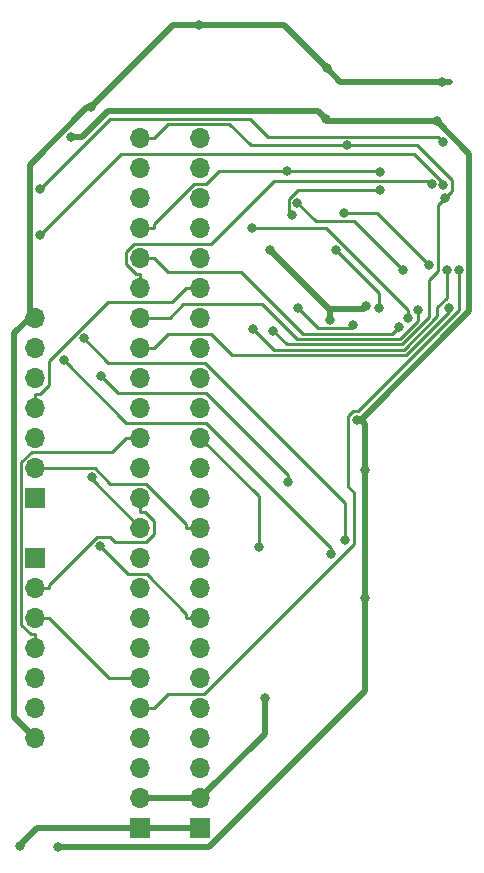
<source format=gbr>
%TF.GenerationSoftware,KiCad,Pcbnew,(5.1.10)-1*%
%TF.CreationDate,2021-05-27T19:28:44+02:00*%
%TF.ProjectId,Nes Sound Expansion,4e657320-536f-4756-9e64-20457870616e,rev?*%
%TF.SameCoordinates,Original*%
%TF.FileFunction,Copper,L2,Bot*%
%TF.FilePolarity,Positive*%
%FSLAX46Y46*%
G04 Gerber Fmt 4.6, Leading zero omitted, Abs format (unit mm)*
G04 Created by KiCad (PCBNEW (5.1.10)-1) date 2021-05-27 19:28:44*
%MOMM*%
%LPD*%
G01*
G04 APERTURE LIST*
%TA.AperFunction,ComponentPad*%
%ADD10O,1.700000X1.700000*%
%TD*%
%TA.AperFunction,ComponentPad*%
%ADD11R,1.700000X1.700000*%
%TD*%
%TA.AperFunction,ViaPad*%
%ADD12C,0.800000*%
%TD*%
%TA.AperFunction,Conductor*%
%ADD13C,0.500000*%
%TD*%
%TA.AperFunction,Conductor*%
%ADD14C,0.250000*%
%TD*%
G04 APERTURE END LIST*
D10*
%TO.P,J3,24*%
%TO.N,N/C*%
X113030000Y-50800000D03*
%TO.P,J3,23*%
X113030000Y-53340000D03*
%TO.P,J3,22*%
%TO.N,Aud*%
X113030000Y-55880000D03*
%TO.P,J3,21*%
%TO.N,N/C*%
X113030000Y-58420000D03*
%TO.P,J3,20*%
X113030000Y-60960000D03*
%TO.P,J3,19*%
%TO.N,Joy2_D0*%
X113030000Y-63500000D03*
%TO.P,J3,18*%
%TO.N,N/C*%
X113030000Y-66040000D03*
%TO.P,J3,17*%
X113030000Y-68580000D03*
%TO.P,J3,16*%
X113030000Y-71120000D03*
%TO.P,J3,15*%
X113030000Y-73660000D03*
%TO.P,J3,14*%
%TO.N,IRQ*%
X113030000Y-76200000D03*
%TO.P,J3,13*%
%TO.N,N/C*%
X113030000Y-78740000D03*
%TO.P,J3,12*%
X113030000Y-81280000D03*
%TO.P,J3,11*%
%TO.N,Joy2_OE*%
X113030000Y-83820000D03*
%TO.P,J3,10*%
%TO.N,N/C*%
X113030000Y-86360000D03*
%TO.P,J3,9*%
%TO.N,Net-(J3-Pad9)*%
X113030000Y-88900000D03*
%TO.P,J3,8*%
%TO.N,A13*%
X113030000Y-91440000D03*
%TO.P,J3,7*%
%TO.N,A14*%
X113030000Y-93980000D03*
%TO.P,J3,6*%
%TO.N,Net-(J3-Pad6)*%
X113030000Y-96520000D03*
%TO.P,J3,5*%
%TO.N,N/C*%
X113030000Y-99060000D03*
%TO.P,J3,4*%
X113030000Y-101600000D03*
%TO.P,J3,3*%
%TO.N,AudIn*%
X113030000Y-104140000D03*
%TO.P,J3,2*%
%TO.N,GND*%
X113030000Y-106680000D03*
D11*
%TO.P,J3,1*%
%TO.N,Net-(J1-Pad1)*%
X113030000Y-109220000D03*
%TD*%
D10*
%TO.P,J2,7*%
%TO.N,GND*%
X99060000Y-66040000D03*
%TO.P,J2,6*%
%TO.N,N/C*%
X99060000Y-68580000D03*
%TO.P,J2,5*%
X99060000Y-71120000D03*
%TO.P,J2,4*%
%TO.N,Joy2_D0*%
X99060000Y-73660000D03*
%TO.P,J2,3*%
%TO.N,OUT0*%
X99060000Y-76200000D03*
%TO.P,J2,2*%
%TO.N,Joy2_OE*%
X99060000Y-78740000D03*
D11*
%TO.P,J2,1*%
%TO.N,Net-(J1-Pad1)*%
X99060000Y-81280000D03*
%TD*%
D10*
%TO.P,J1,7*%
%TO.N,GND*%
X99060000Y-101600000D03*
%TO.P,J1,6*%
%TO.N,N/C*%
X99060000Y-99060000D03*
%TO.P,J1,5*%
X99060000Y-96520000D03*
%TO.P,J1,4*%
%TO.N,Joy1_D0*%
X99060000Y-93980000D03*
%TO.P,J1,3*%
%TO.N,OUT0*%
X99060000Y-91440000D03*
%TO.P,J1,2*%
%TO.N,Joy1_OE*%
X99060000Y-88900000D03*
D11*
%TO.P,J1,1*%
%TO.N,Net-(J1-Pad1)*%
X99060000Y-86360000D03*
%TD*%
D10*
%TO.P,J4,24*%
%TO.N,D7*%
X107950000Y-50800000D03*
%TO.P,J4,23*%
%TO.N,D6*%
X107950000Y-53340000D03*
%TO.P,J4,22*%
%TO.N,D5*%
X107950000Y-55880000D03*
%TO.P,J4,21*%
%TO.N,D4*%
X107950000Y-58420000D03*
%TO.P,J4,20*%
%TO.N,D3*%
X107950000Y-60960000D03*
%TO.P,J4,19*%
%TO.N,D2*%
X107950000Y-63500000D03*
%TO.P,J4,18*%
%TO.N,D1*%
X107950000Y-66040000D03*
%TO.P,J4,17*%
%TO.N,D0*%
X107950000Y-68580000D03*
%TO.P,J4,16*%
%TO.N,N/C*%
X107950000Y-71120000D03*
%TO.P,J4,15*%
X107950000Y-73660000D03*
%TO.P,J4,14*%
%TO.N,Joy1_D0*%
X107950000Y-76200000D03*
%TO.P,J4,13*%
%TO.N,N/C*%
X107950000Y-78740000D03*
%TO.P,J4,12*%
%TO.N,Joy1_OE*%
X107950000Y-81280000D03*
%TO.P,J4,11*%
%TO.N,A1*%
X107950000Y-83820000D03*
%TO.P,J4,10*%
%TO.N,ROMSEL*%
X107950000Y-86360000D03*
%TO.P,J4,9*%
%TO.N,Net-(J4-Pad9)*%
X107950000Y-88900000D03*
%TO.P,J4,8*%
%TO.N,R-W*%
X107950000Y-91440000D03*
%TO.P,J4,7*%
%TO.N,N/C*%
X107950000Y-93980000D03*
%TO.P,J4,6*%
%TO.N,OUT0*%
X107950000Y-96520000D03*
%TO.P,J4,5*%
%TO.N,OUT1*%
X107950000Y-99060000D03*
%TO.P,J4,4*%
%TO.N,N/C*%
X107950000Y-101600000D03*
%TO.P,J4,3*%
X107950000Y-104140000D03*
%TO.P,J4,2*%
%TO.N,GND*%
X107950000Y-106680000D03*
D11*
%TO.P,J4,1*%
%TO.N,Net-(J1-Pad1)*%
X107950000Y-109220000D03*
%TD*%
D12*
%TO.N,+5V*%
X126995700Y-78917300D03*
X126287500Y-74666600D03*
X102121700Y-50757700D03*
X123657100Y-49175300D03*
X133053700Y-49382300D03*
X127000000Y-89765300D03*
X100965000Y-110871000D03*
%TO.N,GND*%
X123986700Y-66186200D03*
X127078600Y-65055300D03*
X118974100Y-60268100D03*
X103822500Y-48197200D03*
X118477015Y-98236885D03*
X133477000Y-46027500D03*
X123767250Y-44888750D03*
X112965000Y-41275000D03*
%TO.N,Net-(J1-Pad1)*%
X97790000Y-110744000D03*
%TO.N,D7*%
X125445100Y-51427400D03*
X133760300Y-55877400D03*
X119233624Y-67112176D03*
%TO.N,D5*%
X128249400Y-55186000D03*
X120844200Y-57316000D03*
%TO.N,D4*%
X128262400Y-53711600D03*
X120395300Y-53570500D03*
%TO.N,D3*%
X129884200Y-66774400D03*
%TO.N,D2*%
X132626300Y-54670300D03*
%TO.N,D1*%
X131445000Y-65395400D03*
%TO.N,D0*%
X134103100Y-65156600D03*
%TO.N,OUT1*%
X134958700Y-61961100D03*
%TO.N,A0_buf*%
X99454900Y-59055000D03*
X133626700Y-54762400D03*
%TO.N,A1_buf*%
X99437300Y-55137300D03*
X133583700Y-51129900D03*
%TO.N,D3_buf*%
X128129300Y-65189900D03*
X124538000Y-60306100D03*
%TO.N,D2_buf*%
X130628800Y-66026700D03*
X117387200Y-58410500D03*
%TO.N,D1_buf*%
X130175000Y-61976300D03*
X121261200Y-56311300D03*
%TO.N,D0_buf*%
X132426400Y-61595300D03*
X125200900Y-57141000D03*
%TO.N,D7_buf*%
X117475000Y-66934600D03*
X133889100Y-61972200D03*
%TO.N,D4_Chip*%
X125986600Y-66629800D03*
X121285000Y-65159900D03*
%TO.N,A13*%
X104560500Y-85325700D03*
%TO.N,A1*%
X103835200Y-79508200D03*
%TO.N,CS_Chip*%
X104590000Y-70938900D03*
X120474834Y-79912236D03*
%TO.N,A0_Chip*%
X124104000Y-86051200D03*
X101456400Y-69624100D03*
%TO.N,A1_Chip*%
X125309700Y-84836400D03*
X103171900Y-67763300D03*
%TO.N,IRQ*%
X117983000Y-85471000D03*
%TD*%
D13*
%TO.N,+5V*%
X126635100Y-74666600D02*
X126995700Y-75027200D01*
X126995700Y-75027200D02*
X126995700Y-78917300D01*
X127000000Y-89765300D02*
X127000000Y-78921600D01*
X127000000Y-78921600D02*
X126995700Y-78917300D01*
X126635100Y-74666600D02*
X135816100Y-65485600D01*
X135816100Y-65485600D02*
X135816100Y-52144700D01*
X135816100Y-52144700D02*
X133053700Y-49382300D01*
X126287500Y-74666600D02*
X126635100Y-74666600D01*
X133053700Y-49382300D02*
X123864100Y-49382300D01*
X123864100Y-49382300D02*
X123657100Y-49175300D01*
X123657100Y-49175300D02*
X123036300Y-48554500D01*
X123036300Y-48554500D02*
X105206400Y-48554500D01*
X105206400Y-48554500D02*
X103003200Y-50757700D01*
X103003200Y-50757700D02*
X102121700Y-50757700D01*
X100995100Y-110840900D02*
X100965000Y-110871000D01*
X113769900Y-110840900D02*
X100995100Y-110840900D01*
X127000000Y-97610800D02*
X113769900Y-110840900D01*
X127000000Y-89765300D02*
X127000000Y-97610800D01*
%TO.N,GND*%
X123986700Y-65263900D02*
X126870000Y-65263900D01*
X126870000Y-65263900D02*
X127078600Y-65055300D01*
X118974100Y-60268100D02*
X123969900Y-65263900D01*
X123969900Y-65263900D02*
X123986700Y-65263900D01*
X123986700Y-65263900D02*
X123986700Y-66186200D01*
X103822500Y-48197200D02*
X103479700Y-48197200D01*
X103479700Y-48197200D02*
X98578300Y-53098600D01*
X98578300Y-53098600D02*
X98578300Y-66040000D01*
X98578300Y-66040000D02*
X99060000Y-66040000D01*
X99060000Y-101600000D02*
X97305700Y-99845700D01*
X97305700Y-99845700D02*
X97305700Y-67312600D01*
X97305700Y-67312600D02*
X98578300Y-66040000D01*
X113030000Y-106680000D02*
X109250300Y-106680000D01*
X107950000Y-106680000D02*
X109250300Y-106680000D01*
X118477015Y-101232985D02*
X118477015Y-98236885D01*
X113030000Y-106680000D02*
X118477015Y-101232985D01*
X124906000Y-46027500D02*
X123767250Y-44888750D01*
X134165500Y-46027500D02*
X124906000Y-46027500D01*
X120153500Y-41275000D02*
X123767250Y-44888750D01*
X112965000Y-41275000D02*
X120153500Y-41275000D01*
X110744700Y-41275000D02*
X103822500Y-48197200D01*
X112965000Y-41275000D02*
X110744700Y-41275000D01*
%TO.N,Net-(J1-Pad1)*%
X107950000Y-109220000D02*
X99220200Y-109220000D01*
X99220200Y-109220000D02*
X97759600Y-110680600D01*
X113030000Y-109220000D02*
X107950000Y-109220000D01*
D14*
%TO.N,D7*%
X125445100Y-51427400D02*
X131405600Y-51427400D01*
X131405600Y-51427400D02*
X134362900Y-54384700D01*
X134362900Y-54384700D02*
X134362900Y-55274800D01*
X134362900Y-55274800D02*
X133760300Y-55877400D01*
X109125300Y-50800000D02*
X110322100Y-49603200D01*
X110322100Y-49603200D02*
X115491900Y-49603200D01*
X115491900Y-49603200D02*
X117316100Y-51427400D01*
X117316100Y-51427400D02*
X125445100Y-51427400D01*
X107950000Y-50800000D02*
X109125300Y-50800000D01*
X132435400Y-62820400D02*
X132435400Y-65921600D01*
X132435400Y-65921600D02*
X130094600Y-68262400D01*
X133760300Y-55877400D02*
X133163700Y-56474000D01*
X133163700Y-56474000D02*
X133163700Y-62092100D01*
X133163700Y-62092100D02*
X132435400Y-62820400D01*
X130094600Y-68262400D02*
X120383848Y-68262400D01*
X120383848Y-68262400D02*
X119233624Y-67112176D01*
%TO.N,D5*%
X120844200Y-57316000D02*
X120521400Y-56993200D01*
X120521400Y-56993200D02*
X120521400Y-55946300D01*
X120521400Y-55946300D02*
X121281700Y-55186000D01*
X121281700Y-55186000D02*
X128249400Y-55186000D01*
%TO.N,D4*%
X120395300Y-53570500D02*
X128121300Y-53570500D01*
X128121300Y-53570500D02*
X128262400Y-53711600D01*
X109125300Y-58420000D02*
X109125300Y-58052700D01*
X109125300Y-58052700D02*
X112473400Y-54704600D01*
X112473400Y-54704600D02*
X113482700Y-54704600D01*
X113482700Y-54704600D02*
X114616800Y-53570500D01*
X114616800Y-53570500D02*
X120395300Y-53570500D01*
X107950000Y-58420000D02*
X109125300Y-58420000D01*
%TO.N,D3*%
X109125300Y-60960000D02*
X110300600Y-62135300D01*
X110300600Y-62135300D02*
X116512600Y-62135300D01*
X116512600Y-62135300D02*
X121739100Y-67361800D01*
X121739100Y-67361800D02*
X129296800Y-67361800D01*
X129296800Y-67361800D02*
X129884200Y-66774400D01*
X107950000Y-60960000D02*
X109125300Y-60960000D01*
%TO.N,D2*%
X107950000Y-62324700D02*
X107582700Y-62324700D01*
X107582700Y-62324700D02*
X106759300Y-61501300D01*
X106759300Y-61501300D02*
X106759300Y-60480300D01*
X106759300Y-60480300D02*
X107455000Y-59784600D01*
X107455000Y-59784600D02*
X113965000Y-59784600D01*
X113965000Y-59784600D02*
X119312700Y-54436900D01*
X119312700Y-54436900D02*
X132392900Y-54436900D01*
X132392900Y-54436900D02*
X132626300Y-54670300D01*
X107950000Y-63500000D02*
X107950000Y-62324700D01*
%TO.N,D1*%
X107950000Y-66040000D02*
X110434300Y-66040000D01*
X110434300Y-66040000D02*
X111610200Y-64864100D01*
X111610200Y-64864100D02*
X118283200Y-64864100D01*
X118283200Y-64864100D02*
X121231200Y-67812100D01*
X121231200Y-67812100D02*
X129908000Y-67812100D01*
X129908000Y-67812100D02*
X131445000Y-66275100D01*
X131445000Y-66275100D02*
X131445000Y-65395400D01*
%TO.N,D0*%
X109125300Y-68580000D02*
X110307800Y-67397500D01*
X110307800Y-67397500D02*
X113942900Y-67397500D01*
X113942900Y-67397500D02*
X115708400Y-69163000D01*
X115708400Y-69163000D02*
X130467800Y-69163000D01*
X130467800Y-69163000D02*
X134103100Y-65527700D01*
X134103100Y-65527700D02*
X134103100Y-65156600D01*
X107950000Y-68580000D02*
X109125300Y-68580000D01*
%TO.N,OUT1*%
X109125300Y-99060000D02*
X110300600Y-97884700D01*
X110300600Y-97884700D02*
X113382600Y-97884700D01*
X113382600Y-97884700D02*
X126092000Y-85175300D01*
X126092000Y-85175300D02*
X126092000Y-80817400D01*
X126092000Y-80817400D02*
X125562200Y-80287600D01*
X125562200Y-80287600D02*
X125562200Y-74366200D01*
X125562200Y-74366200D02*
X125987100Y-73941300D01*
X125987100Y-73941300D02*
X126367000Y-73941300D01*
X126367000Y-73941300D02*
X134958700Y-65349600D01*
X134958700Y-65349600D02*
X134958700Y-61961100D01*
X107950000Y-99060000D02*
X109125300Y-99060000D01*
%TO.N,A0_buf*%
X99454900Y-59055000D02*
X106357200Y-52152700D01*
X106357200Y-52152700D02*
X131147600Y-52152700D01*
X131147600Y-52152700D02*
X133626600Y-54631700D01*
X133626600Y-54631700D02*
X133626600Y-54762400D01*
X133626600Y-54762400D02*
X133626700Y-54762400D01*
%TO.N,A1_buf*%
X133583700Y-51129900D02*
X133155900Y-50702100D01*
X133155900Y-50702100D02*
X118777600Y-50702100D01*
X118777600Y-50702100D02*
X117228300Y-49152800D01*
X117228300Y-49152800D02*
X105421800Y-49152800D01*
X105421800Y-49152800D02*
X99437300Y-55137300D01*
%TO.N,D3_buf*%
X124538000Y-60306100D02*
X128129300Y-63897400D01*
X128129300Y-63897400D02*
X128129300Y-65189900D01*
%TO.N,D2_buf*%
X130628800Y-66026700D02*
X130628800Y-65371100D01*
X130628800Y-65371100D02*
X123668200Y-58410500D01*
X123668200Y-58410500D02*
X117387200Y-58410500D01*
%TO.N,D1_buf*%
X121261200Y-56311300D02*
X122816300Y-57866400D01*
X122816300Y-57866400D02*
X126065100Y-57866400D01*
X126065100Y-57866400D02*
X130175000Y-61976300D01*
%TO.N,D0_buf*%
X125200900Y-57141000D02*
X127972100Y-57141000D01*
X127972100Y-57141000D02*
X132426400Y-61595300D01*
%TO.N,D7_buf*%
X117475000Y-66934600D02*
X119253100Y-68712700D01*
X119253100Y-68712700D02*
X130281200Y-68712700D01*
X130281200Y-68712700D02*
X133107100Y-65886800D01*
X133107100Y-65886800D02*
X133107100Y-65126900D01*
X133107100Y-65126900D02*
X133889100Y-64344900D01*
X133889100Y-64344900D02*
X133889100Y-61972200D01*
%TO.N,D4_Chip*%
X121285000Y-65159900D02*
X123036600Y-66911500D01*
X123036600Y-66911500D02*
X125704900Y-66911500D01*
X125704900Y-66911500D02*
X125986600Y-66629800D01*
%TO.N,A13*%
X111854700Y-91440000D02*
X111854700Y-91072700D01*
X111854700Y-91072700D02*
X108506600Y-87724600D01*
X108506600Y-87724600D02*
X106959400Y-87724600D01*
X106959400Y-87724600D02*
X104560500Y-85325700D01*
X113030000Y-91440000D02*
X111854700Y-91440000D01*
%TO.N,A1*%
X107950000Y-83820000D02*
X103835200Y-79705200D01*
X103835200Y-79705200D02*
X103835200Y-79508200D01*
%TO.N,CS_Chip*%
X120474834Y-79346551D02*
X120474834Y-79912236D01*
X106041100Y-72390000D02*
X113518283Y-72390000D01*
X104590000Y-70938900D02*
X106041100Y-72390000D01*
X113518283Y-72390000D02*
X120474834Y-79346551D01*
%TO.N,A0_Chip*%
X101456400Y-69624100D02*
X106762300Y-74930000D01*
X106762300Y-74930000D02*
X113480000Y-74930000D01*
X113480000Y-74930000D02*
X124104000Y-85554000D01*
X124104000Y-85554000D02*
X124104000Y-86051200D01*
%TO.N,A1_Chip*%
X103171900Y-67763300D02*
X105258600Y-69850000D01*
X105258600Y-69850000D02*
X113429700Y-69850000D01*
X113429700Y-69850000D02*
X125309700Y-81730000D01*
X125309700Y-81730000D02*
X125309700Y-84836400D01*
%TO.N,Joy1_D0*%
X106774700Y-76200000D02*
X105599400Y-77375300D01*
X105599400Y-77375300D02*
X98758700Y-77375300D01*
X98758700Y-77375300D02*
X97884700Y-78249300D01*
X97884700Y-78249300D02*
X97884700Y-91996800D01*
X97884700Y-91996800D02*
X98692600Y-92804700D01*
X98692600Y-92804700D02*
X99060000Y-92804700D01*
X99060000Y-93980000D02*
X99060000Y-92804700D01*
X107950000Y-76200000D02*
X106774700Y-76200000D01*
%TO.N,OUT0*%
X99060000Y-91440000D02*
X100235300Y-91440000D01*
X100235300Y-91440000D02*
X105315300Y-96520000D01*
X105315300Y-96520000D02*
X106774700Y-96520000D01*
X107950000Y-96520000D02*
X106774700Y-96520000D01*
%TO.N,Joy1_OE*%
X99060000Y-88900000D02*
X100235300Y-88900000D01*
X107950000Y-81280000D02*
X107950000Y-82455300D01*
X107950000Y-82455300D02*
X108317300Y-82455300D01*
X108317300Y-82455300D02*
X109129200Y-83267200D01*
X109129200Y-83267200D02*
X109129200Y-84303400D01*
X109129200Y-84303400D02*
X108420600Y-85012000D01*
X108420600Y-85012000D02*
X105808900Y-85012000D01*
X105808900Y-85012000D02*
X105367900Y-84571000D01*
X105367900Y-84571000D02*
X104270500Y-84571000D01*
X104270500Y-84571000D02*
X100235300Y-88606200D01*
X100235300Y-88606200D02*
X100235300Y-88900000D01*
%TO.N,Joy2_D0*%
X111854700Y-63500000D02*
X110679400Y-64675300D01*
X110679400Y-64675300D02*
X105234200Y-64675300D01*
X105234200Y-64675300D02*
X100235300Y-69674200D01*
X100235300Y-69674200D02*
X100235300Y-71676800D01*
X100235300Y-71676800D02*
X99427400Y-72484700D01*
X99427400Y-72484700D02*
X99060000Y-72484700D01*
X113030000Y-63500000D02*
X111854700Y-63500000D01*
X99060000Y-73660000D02*
X99060000Y-72484700D01*
%TO.N,Joy2_OE*%
X111854700Y-83820000D02*
X111854700Y-83452700D01*
X111854700Y-83452700D02*
X108457000Y-80055000D01*
X108457000Y-80055000D02*
X105407800Y-80055000D01*
X105407800Y-80055000D02*
X104092800Y-78740000D01*
X104092800Y-78740000D02*
X100235300Y-78740000D01*
X99060000Y-78740000D02*
X100235300Y-78740000D01*
X113030000Y-83820000D02*
X111854700Y-83820000D01*
%TO.N,IRQ*%
X117983000Y-81153000D02*
X113030000Y-76200000D01*
X117983000Y-85471000D02*
X117983000Y-81153000D01*
%TD*%
M02*

</source>
